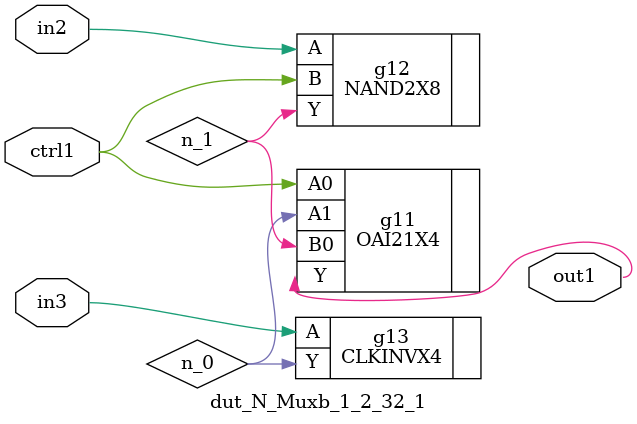
<source format=v>
`timescale 1ps / 1ps


module dut_N_Muxb_1_2_32_1(in3, in2, ctrl1, out1);
  input in3, in2, ctrl1;
  output out1;
  wire in3, in2, ctrl1;
  wire out1;
  wire n_0, n_1;
  OAI21X4 g11(.A0 (ctrl1), .A1 (n_0), .B0 (n_1), .Y (out1));
  NAND2X8 g12(.A (in2), .B (ctrl1), .Y (n_1));
  CLKINVX4 g13(.A (in3), .Y (n_0));
endmodule



</source>
